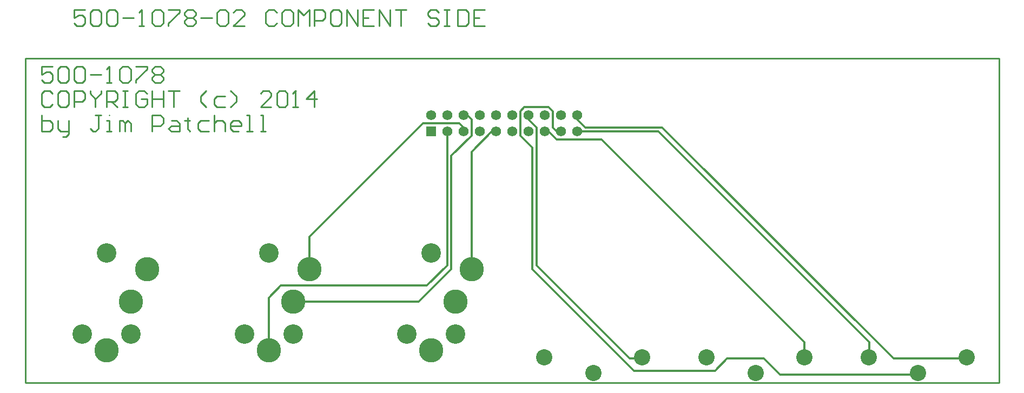
<source format=gtl>
*%FSLAX23Y23*%
*%MOIN*%
G01*
%ADD11C,0.006*%
%ADD12C,0.007*%
%ADD13C,0.010*%
%ADD14C,0.012*%
%ADD15C,0.036*%
%ADD16C,0.050*%
%ADD17C,0.056*%
%ADD18C,0.060*%
%ADD19C,0.062*%
%ADD20C,0.066*%
%ADD21C,0.070*%
%ADD22C,0.080*%
%ADD23C,0.095*%
%ADD24C,0.100*%
%ADD25C,0.104*%
%ADD26C,0.115*%
%ADD27C,0.120*%
%ADD28C,0.124*%
%ADD29C,0.150*%
%ADD30C,0.154*%
%ADD31R,0.062X0.062*%
%ADD32R,0.066X0.066*%
D13*
X6950Y8728D02*
X7017D01*
X6950D02*
Y8678D01*
X6983Y8695D01*
X7000D01*
X7017Y8678D01*
Y8645D01*
X7000Y8628D01*
X6967D01*
X6950Y8645D01*
X7050Y8711D02*
X7067Y8728D01*
X7100D01*
X7117Y8711D01*
Y8645D01*
X7100Y8628D01*
X7067D01*
X7050Y8645D01*
Y8711D01*
X7150D02*
X7167Y8728D01*
X7200D01*
X7217Y8711D01*
Y8645D01*
X7200Y8628D01*
X7167D01*
X7150Y8645D01*
Y8711D01*
X7250Y8678D02*
X7317D01*
X7350Y8628D02*
X7383D01*
X7367D01*
Y8728D01*
X7368D01*
X7367D02*
X7350Y8711D01*
X7433D02*
X7450Y8728D01*
X7483D01*
X7500Y8711D01*
Y8645D01*
X7483Y8628D01*
X7450D01*
X7433Y8645D01*
Y8711D01*
X7533Y8728D02*
X7600D01*
Y8711D01*
X7533Y8645D01*
Y8628D01*
X7633Y8711D02*
X7650Y8728D01*
X7683D01*
X7700Y8711D01*
Y8695D01*
X7683Y8678D01*
X7700Y8661D01*
Y8645D01*
X7683Y8628D01*
X7650D01*
X7633Y8645D01*
Y8661D01*
X7650Y8678D01*
X7633Y8695D01*
Y8711D01*
X7650Y8678D02*
X7683D01*
X7017Y8561D02*
X7000Y8578D01*
X6967D01*
X6950Y8561D01*
Y8495D01*
X6967Y8478D01*
X7000D01*
X7017Y8495D01*
X7067Y8578D02*
X7100D01*
X7067D02*
X7050Y8561D01*
Y8495D01*
X7067Y8478D01*
X7100D01*
X7117Y8495D01*
Y8561D01*
X7100Y8578D01*
X7150D02*
Y8478D01*
Y8578D02*
X7200D01*
X7217Y8561D01*
Y8528D01*
X7200Y8511D01*
X7150D01*
X7250Y8561D02*
Y8578D01*
Y8561D02*
X7283Y8528D01*
X7317Y8561D01*
Y8578D01*
X7283Y8528D02*
Y8478D01*
X7350D02*
Y8578D01*
X7400D01*
X7417Y8561D01*
Y8528D01*
X7400Y8511D01*
X7350D01*
X7383D02*
X7417Y8478D01*
X7450Y8578D02*
X7483D01*
X7466D01*
Y8478D01*
X7450D01*
X7483D01*
X7583Y8578D02*
X7600Y8561D01*
X7583Y8578D02*
X7550D01*
X7533Y8561D01*
Y8495D01*
X7550Y8478D01*
X7583D01*
X7600Y8495D01*
Y8528D01*
X7566D01*
X7633Y8478D02*
Y8578D01*
Y8528D02*
Y8478D01*
Y8528D02*
X7700D01*
Y8578D01*
Y8478D01*
X7733Y8578D02*
X7800D01*
X7766D01*
Y8478D01*
X7933Y8511D02*
X7966Y8478D01*
X7933Y8511D02*
Y8545D01*
X7966Y8578D01*
X8033Y8545D02*
X8083D01*
X8033D02*
X8016Y8528D01*
Y8495D01*
X8033Y8478D01*
X8083D01*
X8116D02*
X8150Y8511D01*
Y8545D01*
X8116Y8578D01*
X8300Y8478D02*
X8366D01*
X8300D02*
X8366Y8545D01*
Y8561D01*
X8350Y8578D01*
X8316D01*
X8300Y8561D01*
X8400D02*
X8416Y8578D01*
X8450D01*
X8466Y8561D01*
Y8495D01*
X8450Y8478D01*
X8416D01*
X8400Y8495D01*
Y8561D01*
X8499Y8478D02*
X8533D01*
X8516D01*
Y8578D01*
X8517D01*
X8516D02*
X8499Y8561D01*
X8633Y8578D02*
Y8478D01*
X8583Y8528D02*
X8633Y8578D01*
X8649Y8528D02*
X8583D01*
X6950Y8428D02*
Y8328D01*
X7000D01*
X7017Y8345D01*
Y8361D01*
Y8378D01*
X7000Y8395D01*
X6950D01*
X7050D02*
Y8345D01*
X7067Y8328D01*
X7117D01*
Y8311D01*
X7100Y8295D01*
X7083D01*
X7117Y8328D02*
Y8395D01*
X7283Y8428D02*
X7317D01*
X7300D02*
X7283D01*
X7300D02*
Y8345D01*
X7283Y8328D01*
X7267D01*
X7250Y8345D01*
X7350Y8328D02*
X7383D01*
X7367D01*
Y8395D01*
X7350D01*
X7367Y8428D02*
X7368D01*
X7433Y8395D02*
Y8328D01*
Y8395D02*
X7450D01*
X7466Y8378D01*
Y8328D01*
Y8378D01*
X7483Y8395D01*
X7500Y8378D01*
Y8328D01*
X7633D02*
Y8428D01*
X7683D01*
X7700Y8411D01*
Y8378D01*
X7683Y8361D01*
X7633D01*
X7750Y8395D02*
X7783D01*
X7800Y8378D01*
Y8328D01*
X7750D01*
X7733Y8345D01*
X7750Y8361D01*
X7800D01*
X7850Y8395D02*
Y8411D01*
Y8395D02*
X7833D01*
X7866D01*
X7850D01*
Y8345D01*
X7866Y8328D01*
X7933Y8395D02*
X7983D01*
X7933D02*
X7916Y8378D01*
Y8345D01*
X7933Y8328D01*
X7983D01*
X8016D02*
Y8428D01*
Y8378D02*
Y8328D01*
Y8378D02*
X8033Y8395D01*
X8066D01*
X8083Y8378D01*
Y8328D01*
X8133D02*
X8166D01*
X8133D02*
X8116Y8345D01*
Y8378D01*
X8133Y8395D01*
X8166D01*
X8183Y8378D01*
Y8361D01*
X8116D01*
X8216Y8328D02*
X8250D01*
X8233D01*
Y8428D01*
X8216D01*
X8300Y8328D02*
X8333D01*
X8316D01*
Y8428D01*
X8300D01*
X7217Y9078D02*
X7150D01*
Y9028D01*
X7183Y9045D01*
X7200D01*
X7217Y9028D01*
Y8995D01*
X7200Y8978D01*
X7167D01*
X7150Y8995D01*
X7250Y9061D02*
X7267Y9078D01*
X7300D01*
X7317Y9061D01*
Y8995D01*
X7300Y8978D01*
X7267D01*
X7250Y8995D01*
Y9061D01*
X7350D02*
X7367Y9078D01*
X7400D01*
X7417Y9061D01*
Y8995D01*
X7400Y8978D01*
X7367D01*
X7350Y8995D01*
Y9061D01*
X7450Y9028D02*
X7517D01*
X7550Y8978D02*
X7583D01*
X7567D01*
Y9078D01*
X7568D01*
X7567D02*
X7550Y9061D01*
X7633D02*
X7650Y9078D01*
X7683D01*
X7700Y9061D01*
Y8995D01*
X7683Y8978D01*
X7650D01*
X7633Y8995D01*
Y9061D01*
X7733Y9078D02*
X7800D01*
Y9061D01*
X7733Y8995D01*
Y8978D01*
X7833Y9061D02*
X7850Y9078D01*
X7883D01*
X7900Y9061D01*
Y9045D01*
X7883Y9028D01*
X7900Y9011D01*
Y8995D01*
X7883Y8978D01*
X7850D01*
X7833Y8995D01*
Y9011D01*
X7850Y9028D01*
X7833Y9045D01*
Y9061D01*
X7850Y9028D02*
X7883D01*
X7933D02*
X8000D01*
X8033Y9061D02*
X8050Y9078D01*
X8083D01*
X8100Y9061D01*
Y8995D01*
X8083Y8978D01*
X8050D01*
X8033Y8995D01*
Y9061D01*
X8133Y8978D02*
X8200D01*
X8133D02*
X8200Y9045D01*
Y9061D01*
X8183Y9078D01*
X8150D01*
X8133Y9061D01*
X8383Y9078D02*
X8400Y9061D01*
X8383Y9078D02*
X8350D01*
X8333Y9061D01*
Y8995D01*
X8350Y8978D01*
X8383D01*
X8400Y8995D01*
X8450Y9078D02*
X8483D01*
X8450D02*
X8433Y9061D01*
Y8995D01*
X8450Y8978D01*
X8483D01*
X8500Y8995D01*
Y9061D01*
X8483Y9078D01*
X8533D02*
Y8978D01*
X8566Y9045D02*
X8533Y9078D01*
X8566Y9045D02*
X8600Y9078D01*
Y8978D01*
X8633D02*
Y9078D01*
X8683D01*
X8699Y9061D01*
Y9028D01*
X8683Y9011D01*
X8633D01*
X8749Y9078D02*
X8783D01*
X8749D02*
X8733Y9061D01*
Y8995D01*
X8749Y8978D01*
X8783D01*
X8799Y8995D01*
Y9061D01*
X8783Y9078D01*
X8833D02*
Y8978D01*
X8899D02*
X8833Y9078D01*
X8899D02*
Y8978D01*
X8933Y9078D02*
X8999D01*
X8933D02*
Y8978D01*
X8999D01*
X8966Y9028D02*
X8933D01*
X9033Y8978D02*
Y9078D01*
X9099Y8978D01*
Y9078D01*
X9133D02*
X9199D01*
X9166D01*
Y8978D01*
X9383Y9078D02*
X9399Y9061D01*
X9383Y9078D02*
X9349D01*
X9333Y9061D01*
Y9045D01*
X9349Y9028D01*
X9383D01*
X9399Y9011D01*
Y8995D01*
X9383Y8978D01*
X9349D01*
X9333Y8995D01*
X9433Y9078D02*
X9466D01*
X9449D01*
Y8978D01*
X9433D01*
X9466D01*
X9516D02*
Y9078D01*
Y8978D02*
X9566D01*
X9583Y8995D01*
Y9061D01*
X9566Y9078D01*
X9516D01*
X9616D02*
X9683D01*
X9616D02*
Y8978D01*
X9683D01*
X9649Y9028D02*
X9616D01*
X6850Y8778D02*
X12850D01*
Y6778D02*
X6850D01*
X12850D02*
Y8778D01*
X6850D02*
Y6778D01*
D14*
X9600Y8203D02*
X9725Y8328D01*
X9300Y8378D02*
X8600Y7678D01*
X9475Y8178D02*
X9600Y8303D01*
X9475Y7478D02*
X9275Y7278D01*
X9325Y7378D02*
X9450Y7503D01*
X10750Y8328D02*
X12050Y7028D01*
X10600Y6853D02*
X9975Y7478D01*
X10775Y8353D02*
X12200Y6928D01*
X11650Y7028D02*
X10400Y8278D01*
X10000Y7503D02*
X10575Y6928D01*
X10600Y6853D02*
X11100D01*
X11175Y6928D02*
X11400D01*
X11500Y6828D02*
X12350D01*
X12200Y6928D02*
X12650D01*
X10650D02*
X10575D01*
X9275Y7278D02*
X8500D01*
X8425Y7378D02*
X9325D01*
X10125Y8278D02*
X10400D01*
X8350Y7303D02*
Y6978D01*
Y7303D02*
X8425Y7378D01*
X9925Y8478D02*
X10075D01*
X9525Y8378D02*
X9300D01*
X9550Y8428D02*
X9575D01*
X10250Y8328D02*
X10750D01*
X10150D02*
X10125D01*
X10300Y8353D02*
X10775D01*
X10075Y8328D02*
X10050D01*
X9750D02*
X9725D01*
X8600Y7678D02*
Y7478D01*
X9550Y8328D02*
Y8353D01*
X9475Y8178D02*
Y7478D01*
X9450Y7503D02*
Y8328D01*
X9525Y8378D02*
X9550Y8353D01*
X9600Y8203D02*
Y7478D01*
Y8303D02*
Y8403D01*
X9575Y8428D01*
X9950D02*
Y8403D01*
X9900Y8453D02*
Y8303D01*
Y8453D02*
X9925Y8478D01*
X9950Y8403D02*
X10000Y8353D01*
X9900Y8303D02*
X9975Y8228D01*
X10100Y8353D02*
Y8453D01*
X9975Y8228D02*
Y7478D01*
X10000Y7503D02*
Y8353D01*
X10100D02*
X10125Y8328D01*
X10100Y8453D02*
X10075Y8478D01*
Y8328D02*
X10125Y8278D01*
X10250Y8403D02*
Y8428D01*
Y8403D02*
X10300Y8353D01*
X11175Y6928D02*
X11100Y6853D01*
X11400Y6928D02*
X11500Y6828D01*
X11650Y6928D02*
Y7028D01*
X12050D02*
Y6928D01*
D19*
X10250Y8428D02*
D03*
Y8328D02*
D03*
X10150Y8428D02*
D03*
Y8328D02*
D03*
X10050Y8428D02*
D03*
Y8328D02*
D03*
X9950Y8428D02*
D03*
Y8328D02*
D03*
X9850Y8428D02*
D03*
Y8328D02*
D03*
X9750Y8428D02*
D03*
Y8328D02*
D03*
X9650Y8428D02*
D03*
Y8328D02*
D03*
X9550Y8428D02*
D03*
Y8328D02*
D03*
X9450Y8428D02*
D03*
Y8328D02*
D03*
X9350Y8428D02*
D03*
D24*
X12653Y6936D02*
D03*
X12047D02*
D03*
X12350Y6838D02*
D03*
X11653Y6936D02*
D03*
X11047D02*
D03*
X11350Y6838D02*
D03*
X10653Y6936D02*
D03*
X10047D02*
D03*
X10350Y6838D02*
D03*
D27*
X9500Y7078D02*
D03*
X9200D02*
D03*
X9350Y7578D02*
D03*
X8500Y7078D02*
D03*
X8200D02*
D03*
X8350Y7578D02*
D03*
X7500Y7078D02*
D03*
X7200D02*
D03*
X7350Y7578D02*
D03*
D29*
X9500Y7278D02*
D03*
X9600Y7478D02*
D03*
X9350Y6978D02*
D03*
X8500Y7278D02*
D03*
X8600Y7478D02*
D03*
X8350Y6978D02*
D03*
X7500Y7278D02*
D03*
X7600Y7478D02*
D03*
X7350Y6978D02*
D03*
D31*
X9350Y8328D02*
D03*
M02*

</source>
